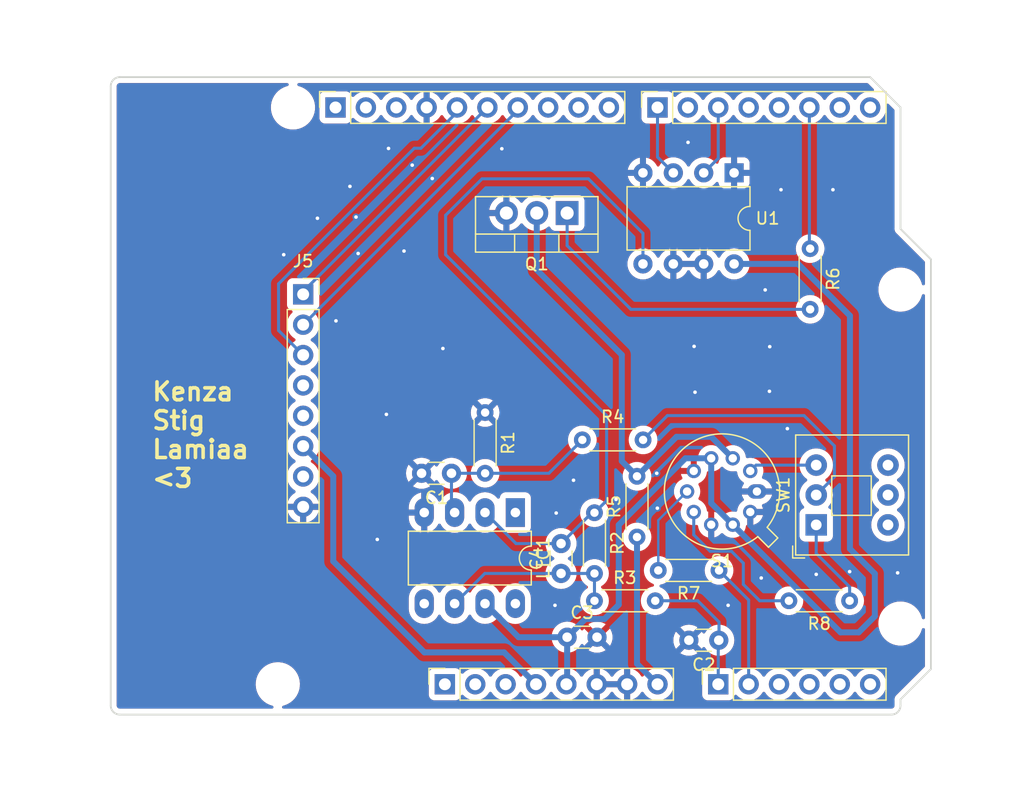
<source format=kicad_pcb>
(kicad_pcb (version 20221018) (generator pcbnew)
  (layers (0 "F.Cu" signal) (31 "B.Cu" signal) (34 "B.Paste" user) (35 "F.Paste" user) (36 "B.SilkS" user "B.Silkscreen") (37 "F.SilkS" user "F.Silkscreen") (38 "B.Mask" user) (39 "F.Mask" user) (44 "Edge.Cuts" user))
  (net 0 "")
  (net 1 "Net-(LTC1-+input)")
  (net 2 "GND")
  (net 3 "ADC")
  (net 4 "+5V")
  (net 5 "Net-(LTC1-vOut)")
  (net 6 "RVar")
  (net 8 "/IOREF")
  (net 9 "/~{RESET}")
  (net 10 "+3.3V")
  (net 11 "+12V")
  (net 15 "rst")
  (net 16 "tx")
  (net 17 "rx")
  (net 18 "/*10")
  (net 19 "/*9")
  (net 20 "/8")
  (net 21 "TempSensor")
  (net 26 "MOSI")
  (net 27 "/*6")
  (net 28 "SCK")
  (net 29 "/4")
  (net 30 "/*3")
  (net 31 "gas_choic_ctrl")
  (net 32 "/TX{slash}1")
  (net 33 "/RX{slash}0")
  (net 37 "Net-(Q1-G)")
  (net 38 "12V")
  (net 39 "Net-(SW1-B)")
  (net 40 "Net-(R7-Pad2)")
  (net 41 "GasSensor1")
  (net 42 "Net-(R8-Pad2)")
  (net 43 "GasSensor2")
  (footprint "Resistor_THT:R_Axial_DIN0204_L3.6mm_D1.6mm_P5.08mm_Horizontal" (layer "F.Cu") (at 149.098 120.396)
    (fp_text reference "R3" (at 2.54 -1.92) (layer "F.SilkS"))
    (fp_text value "1k")
    (fp_line (start 0.62 -0.92) (end 4.46 -0.92) (stroke (width 0.12)) (layer "F.SilkS"))
    (fp_line (start 0.62 0.92) (end 4.46 0.92) (stroke (width 0.12)) (layer "F.SilkS"))
    (pad "1" thru_hole circle (at 0 0) (size 1.4 1.4) (drill 0.7) (layers "*.Cu" "*.Mask") (net 5 "Net-(LTC1-vOut)"))
    (pad "2" thru_hole oval (at 5.08 0) (size 1.4 1.4) (drill 0.7) (layers "*.Cu" "*.Mask") (net 3 "ADC"))
  )
  (footprint "Resistor_THT:R_Axial_DIN0204_L3.6mm_D1.6mm_P5.08mm_Horizontal" (layer "F.Cu") (at 167.132 90.932 -90)
    (fp_text reference "R6" (at 2.54 -1.92 90) (layer "F.SilkS"))
    (fp_text value "1k")
    (fp_line (start 0.62 -0.92) (end 4.46 -0.92) (stroke (width 0.12)) (layer "F.SilkS"))
    (fp_line (start 0.62 0.92) (end 4.46 0.92) (stroke (width 0.12)) (layer "F.SilkS"))
    (pad "1" thru_hole circle (at 0 0 270) (size 1.4 1.4) (drill 0.7) (layers "*.Cu" "*.Mask") (net 31 "gas_choic_ctrl"))
    (pad "2" thru_hole oval (at 5.08 0 270) (size 1.4 1.4) (drill 0.7) (layers "*.Cu" "*.Mask") (net 37 "Net-(Q1-G)"))
  )
  (footprint "Resistor_THT:R_Axial_DIN0204_L3.6mm_D1.6mm_P5.08mm_Horizontal" (layer "F.Cu") (at 149.098 113.03 -90)
    (fp_text reference "R2" (at 2.54 -1.92 90) (layer "F.SilkS"))
    (fp_text value "100k")
    (fp_line (start 0.62 -0.92) (end 4.46 -0.92) (stroke (width 0.12)) (layer "F.SilkS"))
    (fp_line (start 0.62 0.92) (end 4.46 0.92) (stroke (width 0.12)) (layer "F.SilkS"))
    (pad "1" thru_hole circle (at 0 0 270) (size 1.4 1.4) (drill 0.7) (layers "*.Cu" "*.Mask") (net 6 "RVar"))
    (pad "2" thru_hole oval (at 5.08 0 270) (size 1.4 1.4) (drill 0.7) (layers "*.Cu" "*.Mask") (net 5 "Net-(LTC1-vOut)"))
  )
  (footprint "Package_DIP:DIP-8_W7.62mm_LongPads" (layer "F.Cu") (at 142.484 113.015 -90)
    (fp_text reference "LTC1" (at 3.81 -2.33 90) (layer "F.SilkS"))
    (fp_text value "~")
    (fp_line (start 1.56 -1.33) (end 1.56 8.95) (stroke (width 0.12)) (layer "F.SilkS"))
    (fp_line (start 1.56 8.95) (end 6.06 8.95) (stroke (width 0.12)) (layer "F.SilkS"))
    (fp_line (start 2.81 -1.33) (end 1.56 -1.33) (stroke (width 0.12)) (layer "F.SilkS"))
    (fp_line (start 6.06 -1.33) (end 4.81 -1.33) (stroke (width 0.12)) (layer "F.SilkS"))
    (fp_line (start 6.06 8.95) (end 6.06 -1.33) (stroke (width 0.12)) (layer "F.SilkS"))
    (fp_arc (start 4.81 -1.33) (mid 3.81 -0.33) (end 2.81 -1.33) (stroke (width 0.12)) (layer "F.SilkS"))
    (pad "1" thru_hole rect (at 0 0 270) (size 2.4 1.6) (drill 0.8) (layers "*.Cu" "*.Mask"))
    (pad "2" thru_hole oval (at 0 2.54 270) (size 2.4 1.6) (drill 0.8) (layers "*.Cu" "*.Mask") (net 6 "RVar"))
    (pad "3" thru_hole oval (at 0 5.08 270) (size 2.4 1.6) (drill 0.8) (layers "*.Cu" "*.Mask") (net 1 "Net-(LTC1-+input)"))
    (pad "4" thru_hole oval (at 0 7.62 270) (size 2.4 1.6) (drill 0.8) (layers "*.Cu" "*.Mask") (net 2 "GND"))
    (pad "5" thru_hole oval (at 7.62 7.62 270) (size 2.4 1.6) (drill 0.8) (layers "*.Cu" "*.Mask"))
    (pad "6" thru_hole oval (at 7.62 5.08 270) (size 2.4 1.6) (drill 0.8) (layers "*.Cu" "*.Mask") (net 5 "Net-(LTC1-vOut)"))
    (pad "7" thru_hole oval (at 7.62 2.54 270) (size 2.4 1.6) (drill 0.8) (layers "*.Cu" "*.Mask") (net 4 "+5V"))
    (pad "8" thru_hole oval (at 7.62 0 270) (size 2.4 1.6) (drill 0.8) (layers "*.Cu" "*.Mask"))
  )
  (footprint "Capacitor_THT:C_Disc_D3.0mm_W1.6mm_P2.50mm" (layer "F.Cu") (at 146.812 123.444)
    (fp_text reference "C3" (at 1.25 -2.05) (layer "F.SilkS"))
    (fp_text value "100n")
    (fp_line (start 0.621 -0.92) (end 1.879 -0.92) (stroke (width 0.12)) (layer "F.SilkS"))
    (fp_line (start 0.621 0.92) (end 1.879 0.92) (stroke (width 0.12)) (layer "F.SilkS"))
    (pad "1" thru_hole circle (at 0 0) (size 1.6 1.6) (drill 0.8) (layers "*.Cu" "*.Mask") (net 4 "+5V"))
    (pad "2" thru_hole circle (at 2.5 0) (size 1.6 1.6) (drill 0.8) (layers "*.Cu" "*.Mask") (net 2 "GND"))
  )
  (footprint "Capacitor_THT:C_Disc_D3.0mm_W1.6mm_P2.50mm" (layer "F.Cu") (at 159.492 123.698 180)
    (fp_text reference "C2" (at 1.25 -2.05) (layer "F.SilkS"))
    (fp_text value "100n")
    (fp_line (start 0.621 -0.92) (end 1.879 -0.92) (stroke (width 0.12)) (layer "F.SilkS"))
    (fp_line (start 0.621 0.92) (end 1.879 0.92) (stroke (width 0.12)) (layer "F.SilkS"))
    (pad "1" thru_hole circle (at 0 0 180) (size 1.6 1.6) (drill 0.8) (layers "*.Cu" "*.Mask") (net 3 "ADC"))
    (pad "2" thru_hole circle (at 2.5 0 180) (size 1.6 1.6) (drill 0.8) (layers "*.Cu" "*.Mask") (net 2 "GND"))
  )
  (footprint "Capacitor_THT:C_Disc_D3.0mm_W1.6mm_P2.50mm" (layer "F.Cu") (at 146.304 118.11 90)
    (fp_text reference "C4" (at 1.25 -2.05 90) (layer "F.SilkS"))
    (fp_text value "1u")
    (fp_line (start 0.621 -0.92) (end 1.879 -0.92) (stroke (width 0.12)) (layer "F.SilkS"))
    (fp_line (start 0.621 0.92) (end 1.879 0.92) (stroke (width 0.12)) (layer "F.SilkS"))
    (pad "1" thru_hole circle (at 0 0 90) (size 1.6 1.6) (drill 0.8) (layers "*.Cu" "*.Mask") (net 5 "Net-(LTC1-vOut)"))
    (pad "2" thru_hole circle (at 2.5 0 90) (size 1.6 1.6) (drill 0.8) (layers "*.Cu" "*.Mask") (net 6 "RVar"))
  )
  (footprint "Connector_PinSocket_2.54mm:PinSocket_1x08_P2.54mm_Vertical" (layer "F.Cu") (at 136.5885 127.381 90)
    (fp_text reference "J1" hide)
    (fp_text value "Power")
    (fp_line (start -1.33 1.27) (end -1.33 19.11) (stroke (width 0.12)) (layer "F.SilkS"))
    (fp_line (start -1.33 1.27) (end 1.33 1.27) (stroke (width 0.12)) (layer "F.SilkS"))
    (fp_line (start -1.33 19.11) (end 1.33 19.11) (stroke (width 0.12)) (layer "F.SilkS"))
    (fp_line (start 0 -1.33) (end 1.33 -1.33) (stroke (width 0.12)) (layer "F.SilkS"))
    (fp_line (start 1.33 -1.33) (end 1.33 0) (stroke (width 0.12)) (layer "F.SilkS"))
    (fp_line (start 1.33 1.27) (end 1.33 19.11) (stroke (width 0.12)) (layer "F.SilkS"))
    (pad "1" thru_hole rect (at 0 0 90) (size 1.7 1.7) (drill 1) (layers "*.Cu" "*.Mask"))
    (pad "2" thru_hole oval (at 0 2.54 90) (size 1.7 1.7) (drill 1) (layers "*.Cu" "*.Mask") (net 8 "/IOREF"))
    (pad "3" thru_hole oval (at 0 5.08 90) (size 1.7 1.7) (drill 1) (layers "*.Cu" "*.Mask") (net 9 "/~{RESET}"))
    (pad "4" thru_hole oval (at 0 7.62 90) (size 1.7 1.7) (drill 1) (layers "*.Cu" "*.Mask") (net 10 "+3.3V"))
    (pad "5" thru_hole oval (at 0 10.16 90) (size 1.7 1.7) (drill 1) (layers "*.Cu" "*.Mask") (net 4 "+5V"))
    (pad "6" thru_hole oval (at 0 12.7 90) (size 1.7 1.7) (drill 1) (layers "*.Cu" "*.Mask") (net 2 "GND"))
    (pad "7" thru_hole oval (at 0 15.24 90) (size 1.7 1.7) (drill 1) (layers "*.Cu" "*.Mask") (net 2 "GND"))
    (pad "8" thru_hole oval (at 0 17.78 90) (size 1.7 1.7) (drill 1) (layers "*.Cu" "*.Mask") (net 11 "+12V"))
  )
  (footprint "Arduino_MountingHole:MountingHole_3.2mm" (layer "F.Cu") (at 123.8885 79.121)
    (fp_text reference "MH1" hide)
    (fp_text value "MountingHole_3.2mm" hide)
    (pad "" np_thru_hole circle (at 0 0) (size 3.2 3.2) (drill 3.2) (layers "F&B.Cu" "*.Mask"))
  )
  (footprint "Package_TO_SOT_THT:TO-220-3_Vertical" (layer "F.Cu") (at 146.812 87.955 180)
    (fp_text reference "Q1" (at 2.54 -4.27) (layer "F.SilkS"))
    (fp_text value "Q_NMOS_GSD")
    (fp_line (start -2.58 -3.27) (end -2.58 1.371) (stroke (width 0.12)) (layer "F.SilkS"))
    (fp_line (start -2.58 -3.27) (end 7.66 -3.27) (stroke (width 0.12)) (layer "F.SilkS"))
    (fp_line (start -2.58 -1.76) (end 7.66 -1.76) (stroke (width 0.12)) (layer "F.SilkS"))
    (fp_line (start -2.58 1.371) (end 7.66 1.371) (stroke (width 0.12)) (layer "F.SilkS"))
    (fp_line (start 0.69 -3.27) (end 0.69 -1.76) (stroke (width 0.12)) (layer "F.SilkS"))
    (fp_line (start 4.391 -3.27) (end 4.391 -1.76) (stroke (width 0.12)) (layer "F.SilkS"))
    (fp_line (start 7.66 -3.27) (end 7.66 1.371) (stroke (width 0.12)) (layer "F.SilkS"))
    (pad "1" thru_hole rect (at 0 0 180) (size 1.905 2) (drill 1.1) (layers "*.Cu" "*.Mask") (net 37 "Net-(Q1-G)"))
    (pad "2" thru_hole oval (at 2.54 0 180) (size 1.905 2) (drill 1.1) (layers "*.Cu" "*.Mask") (net 38 "12V"))
    (pad "3" thru_hole oval (at 5.08 0 180) (size 1.905 2) (drill 1.1) (layers "*.Cu" "*.Mask") (net 2 "GND"))
  )
  (footprint "Resistor_THT:R_Axial_DIN0204_L3.6mm_D1.6mm_P5.08mm_Horizontal" (layer "F.Cu") (at 139.954 104.648 -90)
    (fp_text reference "R1" (at 2.54 -1.92 90) (layer "F.SilkS"))
    (fp_text value "100k")
    (fp_line (start 0.62 -0.92) (end 4.46 -0.92) (stroke (width 0.12)) (layer "F.SilkS"))
    (fp_line (start 0.62 0.92) (end 4.46 0.92) (stroke (width 0.12)) (layer "F.SilkS"))
    (pad "1" thru_hole circle (at 0 0 270) (size 1.4 1.4) (drill 0.7) (layers "*.Cu" "*.Mask") (net 2 "GND"))
    (pad "2" thru_hole oval (at 5.08 0 270) (size 1.4 1.4) (drill 0.7) (layers "*.Cu" "*.Mask") (net 1 "Net-(LTC1-+input)"))
  )
  (footprint "Resistor_THT:R_Axial_DIN0204_L3.6mm_D1.6mm_P5.08mm_Horizontal" (layer "F.Cu") (at 170.434 120.396 180)
    (fp_text reference "R8" (at 2.54 -1.92) (layer "F.SilkS"))
    (fp_text value "0")
    (fp_line (start 0.62 -0.92) (end 4.46 -0.92) (stroke (width 0.12)) (layer "F.SilkS"))
    (fp_line (start 0.62 0.92) (end 4.46 0.92) (stroke (width 0.12)) (layer "F.SilkS"))
    (pad "1" thru_hole circle (at 0 0 180) (size 1.4 1.4) (drill 0.7) (layers "*.Cu" "*.Mask") (net 41 "GasSensor1"))
    (pad "2" thru_hole oval (at 5.08 0 180) (size 1.4 1.4) (drill 0.7) (layers "*.Cu" "*.Mask") (net 42 "Net-(R8-Pad2)"))
  )
  (footprint "Package_TO_SOT_THT:TO-5-10_Window" (layer "F.Cu") (at 162.681 111.252 180)
    (fp_text reference "S1" (at 2.92 -5.82) (layer "F.SilkS"))
    (fp_text value "~")
    (fp_line (start -1.745856 -3.888039) (end -0.854902 -2.997084) (stroke (width 0.12)) (layer "F.SilkS"))
    (fp_line (start -0.968039 -4.665856) (end -1.745856 -3.888039) (stroke (width 0.12)) (layer "F.SilkS"))
    (fp_line (start -0.077084 -3.774902) (end -0.968039 -4.665856) (stroke (width 0.12)) (layer "F.SilkS"))
    (fp_arc (start -0.077084 -3.774902) (mid 6.328125 3.408384) (end -0.854674 -2.997371) (stroke (width 0.12)) (layer "F.SilkS"))
    (pad "1" thru_hole oval (at 0 0 180) (size 1.6 1.2) (drill 0.7) (layers "*.Cu" "*.Mask") (net 2 "GND"))
    (pad "2" thru_hole oval (at 0.55767 1.716333 180) (size 1.2 1.2) (drill 0.7) (layers "*.Cu" "*.Mask") (net 43 "GasSensor2"))
    (pad "3" thru_hole oval (at 2.01767 2.777085 180) (size 1.2 1.2) (drill 0.7) (layers "*.Cu" "*.Mask") (net 38 "12V"))
    (pad "4" thru_hole oval (at 3.82233 2.777085 180) (size 1.2 1.2) (drill 0.7) (layers "*.Cu" "*.Mask") (net 4 "+5V"))
    (pad "5" thru_hole oval (at 5.28233 1.716333 180) (size 1.2 1.2) (drill 0.7) (layers "*.Cu" "*.Mask") (net 2 "GND"))
    (pad "6" thru_hole oval (at 5.84 0 180) (size 1.2 1.2) (drill 0.7) (layers "*.Cu" "*.Mask") (net 40 "Net-(R7-Pad2)"))
    (pad "7" thru_hole oval (at 5.28233 -1.716333 180) (size 1.2 1.2) (drill 0.7) (layers "*.Cu" "*.Mask") (net 42 "Net-(R8-Pad2)"))
    (pad "8" thru_hole oval (at 3.82233 -2.777085 180) (size 1.2 1.2) (drill 0.7) (layers "*.Cu" "*.Mask") (net 2 "GND"))
    (pad "9" thru_hole oval (at 2.01767 -2.777085 180) (size 1.2 1.2) (drill 0.7) (layers "*.Cu" "*.Mask") (net 4 "+5V"))
    (pad "10" thru_hole oval (at 0.55767 -1.716333 180) (size 1.2 1.2) (drill 0.7) (layers "*.Cu" "*.Mask") (net 2 "GND"))
  )
  (footprint "Button_Switch_THT:SW_Push_2P2T_Toggle_CK_PVA2xxH2xxxxxxV2" (layer "F.Cu") (at 167.64 114.046 90)
    (fp_text reference "SW1" (at 2.5 -2.75 90) (layer "F.SilkS"))
    (fp_text value "SW_SPDT")
    (fp_line (start -2.77 -0.97) (end -2.77 -1.97) (stroke (width 0.12)) (layer "F.SilkS"))
    (fp_line (start -2.52 7.72) (end -2.52 -1.72) (stroke (width 0.12)) (layer "F.SilkS"))
    (fp_line (start -1.77 -1.97) (end -2.77 -1.97) (stroke (width 0.12)) (layer "F.SilkS"))
    (fp_line (start 0.8 1.3) (end 0.8 4.6) (stroke (width 0.12)) (layer "F.SilkS"))
    (fp_line (start 4.1 1.3) (end 0.8 1.3) (stroke (width 0.12)) (layer "F.SilkS"))
    (fp_line (start 4.1 1.3) (end 4.1 4.6) (stroke (width 0.12)) (layer "F.SilkS"))
    (fp_line (start 4.1 4.6) (end 0.8 4.6) (stroke (width 0.12)) (layer "F.SilkS"))
    (fp_line (start 7.52 -1.72) (end -2.52 -1.72) (stroke (width 0.12)) (layer "F.SilkS"))
    (fp_line (start 7.52 7.72) (end -2.52 7.72) (stroke (width 0.12)) (layer "F.SilkS"))
    (fp_line (start 7.52 7.72) (end 7.52 -1.72) (stroke (width 0.12)) (layer "F.SilkS"))
    (pad "1" thru_hole rect (at 0 0 90) (size 1.8 1.8) (drill 0.9) (layers "*.Cu" "*.Mask") (net 41 "GasSensor1"))
    (pad "2" thru_hole circle (at 2.5 0 90) (size 1.8 1.8) (drill 0.9) (layers "*.Cu" "*.Mask") (net 39 "Net-(SW1-B)"))
    (pad "3" thru_hole circle (at 5 0 90) (size 1.8 1.8) (drill 0.9) (layers "*.Cu" "*.Mask") (net 43 "GasSensor2"))
    (pad "4" thru_hole circle (at 0 6 90) (size 1.8 1.8) (drill 0.9) (layers "*.Cu" "*.Mask"))
    (pad "5" thru_hole circle (at 2.5 6 90) (size 1.8 1.8) (drill 0.9) (layers "*.Cu" "*.Mask"))
    (pad "6" thru_hole circle (at 5 6 90) (size 1.8 1.8) (drill 0.9) (layers "*.Cu" "*.Mask"))
  )
  (footprint "Arduino_MountingHole:MountingHole_3.2mm" (layer "F.Cu") (at 122.6185 127.381)
    (fp_text reference "MH2" hide)
    (fp_text value "MountingHole_3.2mm" hide)
    (pad "" np_thru_hole circle (at 0 0) (size 3.2 3.2) (drill 3.2) (layers "F&B.Cu" "*.Mask"))
  )
  (footprint "Connector_PinSocket_2.54mm:PinSocket_1x08_P2.54mm_Vertical" (layer "F.Cu") (at 154.3685 79.121 90)
    (fp_text reference "J4" hide)
    (fp_text value "Digital/PWM")
    (fp_line (start -1.33 1.27) (end -1.33 19.11) (stroke (width 0.12)) (layer "F.SilkS"))
    (fp_line (start -1.33 1.27) (end 1.33 1.27) (stroke (width 0.12)) (layer "F.SilkS"))
    (fp_line (start -1.33 19.11) (end 1.33 19.11) (stroke (width 0.12)) (layer "F.SilkS"))
    (fp_line (start 0 -1.33) (end 1.33 -1.33) (stroke (width 0.12)) (layer "F.SilkS"))
    (fp_line (start 1.33 -1.33) (end 1.33 0) (stroke (width 0.12)) (layer "F.SilkS"))
    (fp_line (start 1.33 1.27) (end 1.33 19.11) (stroke (width 0.12)) (layer "F.SilkS"))
    (pad "1" thru_hole rect (at 0 0 90) (size 1.7 1.7) (drill 1) (layers "*.Cu" "*.Mask") (net 26 "MOSI"))
    (pad "2" thru_hole oval (at 0 2.54 90) (size 1.7 1.7) (drill 1) (layers "*.Cu" "*.Mask") (net 27 "/*6"))
    (pad "3" thru_hole oval (at 0 5.08 90) (size 1.7 1.7) (drill 1) (layers "*.Cu" "*.Mask") (net 28 "SCK"))
    (pad "4" thru_hole oval (at 0 7.62 90) (size 1.7 1.7) (drill 1) (layers "*.Cu" "*.Mask") (net 29 "/4"))
    (pad "5" thru_hole oval (at 0 10.16 90) (size 1.7 1.7) (drill 1) (layers "*.Cu" "*.Mask") (net 30 "/*3"))
    (pad "6" thru_hole oval (at 0 12.7 90) (size 1.7 1.7) (drill 1) (layers "*.Cu" "*.Mask") (net 31 "gas_choic_ctrl"))
    (pad "7" thru_hole oval (at 0 15.24 90) (size 1.7 1.7) (drill 1) (layers "*.Cu" "*.Mask") (net 32 "/TX{slash}1"))
    (pad "8" thru_hole oval (at 0 17.78 90) (size 1.7 1.7) (drill 1) (layers "*.Cu" "*.Mask") (net 33 "/RX{slash}0"))
  )
  (footprint "Package_DIP:DIP-8_W7.62mm" (layer "F.Cu") (at 160.772 84.592 -90)
    (fp_text reference "U1" (at 3.81 -2.804 -180) (layer "F.SilkS"))
    (fp_text value "MCP41100")
    (fp_line (start 1.16 -1.33) (end 1.16 8.95) (stroke (width 0.12)) (layer "F.SilkS"))
    (fp_line (start 1.16 8.95) (end 6.46 8.95) (stroke (width 0.12)) (layer "F.SilkS"))
    (fp_line (start 2.81 -1.33) (end 1.16 -1.33) (stroke (width 0.12)) (layer "F.SilkS"))
    (fp_line (start 6.46 -1.33) (end 4.81 -1.33) (stroke (width 0.12)) (layer "F.SilkS"))
    (fp_line (start 6.46 8.95) (end 6.46 -1.33) (stroke (width 0.12)) (layer "F.SilkS"))
    (fp_arc (start 4.81 -1.33) (mid 3.81 -0.33) (end 2.81 -1.33) (stroke (width 0.12)) (layer "F.SilkS"))
    (pad "1" thru_hole rect (at 0 0 270) (size 1.6 1.6) (drill 0.8) (layers "*.Cu" "*.Mask") (net 2 "GND"))
    (pad "2" thru_hole oval (at 0 2.54 270) (size 1.6 1.6) (drill 0.8) (layers "*.Cu" "*.Mask") (net 28 "SCK"))
    (pad "3" thru_hole oval (at 0 5.08 270) (size 1.6 1.6) (drill 0.8) (layers "*.Cu" "*.Mask") (net 26 "MOSI"))
    (pad "4" thru_hole oval (at 0 7.62 270) (size 1.6 1.6) (drill 0.8) (layers "*.Cu" "*.Mask") (net 2 "GND"))
    (pad "5" thru_hole oval (at 7.62 7.62 270) (size 1.6 1.6) (drill 0.8) (layers "*.Cu" "*.Mask") (net 6 "RVar"))
    (pad "6" thru_hole oval (at 7.62 5.08 270) (size 1.6 1.6) (drill 0.8) (layers "*.Cu" "*.Mask") (net 2 "GND"))
    (pad "7" thru_hole oval (at 7.62 2.54 270) (size 1.6 1.6) (drill 0.8) (layers "*.Cu" "*.Mask") (net 2 "GND"))
    (pad "8" thru_hole oval (at 7.62 0 270) (size 1.6 1.6) (drill 0.8) (layers "*.Cu" "*.Mask") (net 4 "+5V"))
  )
  (footprint "Connector_PinSocket_2.54mm:PinSocket_1x08_P2.54mm_Vertical" (layer "F.Cu") (at 124.739 94.757)
    (fp_text reference "J5" (at 0 -2.77) (layer "F.SilkS"))
    (fp_text value "Conn_01x08")
    (fp_line (start -1.33 1.27) (end -1.33 19.11) (stroke (width 0.12)) (layer "F.SilkS"))
    (fp_line (start -1.33 1.27) (end 1.33 1.27) (stroke (width 0.12)) (layer "F.SilkS"))
    (fp_line (start -1.33 19.11) (end 1.33 19.11) (stroke (width 0.12)) (layer "F.SilkS"))
    (fp_line (start 0 -1.33) (end 1.33 -1.33) (stroke (width 0.12)) (layer "F.SilkS"))
    (fp_line (start 1.33 -1.33) (end 1.33 0) (stroke (width 0.12)) (layer "F.SilkS"))
    (fp_line (start 1.33 1.27) (end 1.33 19.11) (stroke (width 0.12)) (layer "F.SilkS"))
    (pad "1" thru_hole rect (at 0 0) (size 1.7 1.7) (drill 1) (layers "*.Cu" "*.Mask") (net 16 "tx"))
    (pad "2" thru_hole oval (at 0 2.54) (size 1.7 1.7) (drill 1) (layers "*.Cu" "*.Mask") (net 17 "rx"))
    (pad "3" thru_hole oval (at 0 5.08) (size 1.7 1.7) (drill 1) (layers "*.Cu" "*.Mask") (net 15 "rst"))
    (pad "4" thru_hole oval (at 0 7.62) (size 1.7 1.7) (drill 1) (layers "*.Cu" "*.Mask"))
    (pad "5" thru_hole oval (at 0 10.16) (size 1.7 1.7) (drill 1) (layers "*.Cu" "*.Mask"))
    (pad "6" thru_hole oval (at 0 12.7) (size 1.7 1.7) (drill 1) (layers "*.Cu" "*.Mask") (net 10 "+3.3V"))
    (pad "7" thru_hole oval (at 0 15.24) (size 1.7 1.7) (drill 1) (layers "*.Cu" "*.Mask"))
    (pad "8" thru_hole oval (at 0 17.78) (size 1.7 1.7) (drill 1) (layers "*.Cu" "*.Mask") (net 2 "GND"))
  )
  (footprint "Connector_PinSocket_2.54mm:PinSocket_1x06_P2.54mm_Vertical" (layer "F.Cu") (at 159.4485 127.381 90)
    (fp_text reference "J3" hide)
    (fp_text value "Analog")
    (fp_line (start -1.33 1.27) (end -1.33 14.03) (stroke (width 0.12)) (layer "F.SilkS"))
    (fp_line (start -1.33 1.27) (end 1.33 1.27) (stroke (width 0.12)) (layer "F.SilkS"))
    (fp_line (start -1.33 14.03) (end 1.33 14.03) (stroke (width 0.12)) (layer "F.SilkS"))
    (fp_line (start 0 -1.33) (end 1.33 -1.33) (stroke (width 0.12)) (layer "F.SilkS"))
    (fp_line (start 1.33 -1.33) (end 1.33 0) (stroke (width 0.12)) (layer "F.SilkS"))
    (fp_line (start 1.33 1.27) (end 1.33 14.03) (stroke (width 0.12)) (layer "F.SilkS"))
    (pad "1" thru_hole rect (at 0 0 90) (size 1.7 1.7) (drill 1) (layers "*.Cu" "*.Mask") (net 3 "ADC"))
    (pad "2" thru_hole oval (at 0 2.54 90) (size 1.7 1.7) (drill 1) (layers "*.Cu" "*.Mask") (net 21 "TempSensor"))
    (pad "3" thru_hole oval (at 0 5.08 90) (size 1.7 1.7) (drill 1) (layers "*.Cu" "*.Mask"))
    (pad "4" thru_hole oval (at 0 7.62 90) (size 1.7 1.7) (drill 1) (layers "*.Cu" "*.Mask"))
    (pad "5" thru_hole oval (at 0 10.16 90) (size 1.7 1.7) (drill 1) (layers "*.Cu" "*.Mask"))
    (pad "6" thru_hole oval (at 0 12.7 90) (size 1.7 1.7) (drill 1) (layers "*.Cu" "*.Mask"))
  )
  (footprint "Arduino_MountingHole:MountingHole_3.2mm" (layer "F.Cu") (at 174.6885 122.301)
    (fp_text reference "MH4" hide)
    (fp_text value "MountingHole_3.2mm" hide)
    (pad "" np_thru_hole circle (at 0 0) (size 3.2 3.2) (drill 3.2) (layers "F&B.Cu" "*.Mask"))
  )
  (footprint "Resistor_THT:R_Axial_DIN0204_L3.6mm_D1.6mm_P5.08mm_Horizontal" (layer "F.Cu") (at 159.512 117.856 180)
    (fp_text reference "R7" (at 2.54 -1.92) (layer "F.SilkS"))
    (fp_text value "0")
    (fp_line (start 0.62 -0.92) (end 4.46 -0.92) (stroke (width 0.12)) (layer "F.SilkS"))
    (fp_line (start 0.62 0.92) (end 4.46 0.92) (stroke (width 0.12)) (layer "F.SilkS"))
    (pad "1" thru_hole circle (at 0 0 180) (size 1.4 1.4) (drill 0.7) (layers "*.Cu" "*.Mask") (net 21 "TempSensor"))
    (pad "2" thru_hole oval (at 5.08 0 180) (size 1.4 1.4) (drill 0.7) (layers "*.Cu" "*.Mask") (net 40 "Net-(R7-Pad2)"))
  )
  (footprint "Resistor_THT:R_Axial_DIN0204_L3.6mm_D1.6mm_P5.08mm_Horizontal" (layer "F.Cu") (at 152.654 115.062 90)
    (fp_text reference "R5" (at 2.54 -1.92 90) (layer "F.SilkS"))
    (fp_text value "10k")
    (fp_line (start 0.62 -0.92) (end 4.46 -0.92) (stroke (width 0.12)) (layer "F.SilkS"))
    (fp_line (start 0.62 0.92) (end 4.46 0.92) (stroke (width 0.12)) (layer "F.SilkS"))
    (pad "1" thru_hole circle (at 0 0 90) (size 1.4 1.4) (drill 0.7) (layers "*.Cu" "*.Mask") (net 11 "+12V"))
    (pad "2" thru_hole oval (at 5.08 0 90) (size 1.4 1.4) (drill 0.7) (layers "*.Cu" "*.Mask") (net 38 "12V"))
  )
  (footprint "Capacitor_THT:C_Disc_D3.0mm_W1.6mm_P2.50mm" (layer "F.Cu") (at 137.14 109.728 180)
    (fp_text reference "C1" (at 1.25 -2.05) (layer "F.SilkS"))
    (fp_text value "100n")
    (fp_line (start 0.621 -0.92) (end 1.879 -0.92) (stroke (width 0.12)) (layer "F.SilkS"))
    (fp_line (start 0.621 0.92) (end 1.879 0.92) (stroke (width 0.12)) (layer "F.SilkS"))
    (pad "1" thru_hole circle (at 0 0 180) (size 1.6 1.6) (drill 0.8) (layers "*.Cu" "*.Mask") (net 1 "Net-(LTC1-+input)"))
    (pad "2" thru_hole circle (at 2.5 0 180) (size 1.6 1.6) (drill 0.8) (layers "*.Cu" "*.Mask") (net 2 "GND"))
  )
  (footprint "Connector_PinSocket_2.54mm:PinSocket_1x10_P2.54mm_Vertical" (layer "F.Cu") (at 127.4445 79.121 90)
    (fp_text reference "J2" hide)
    (fp_text value "Digital/PWM")
    (fp_line (start -1.33 1.27) (end -1.33 24.19) (stroke (width 0.12)) (layer "F.SilkS"))
    (fp_line (start -1.33 1.27) (end 1.33 1.27) (stroke (width 0.12)) (layer "F.SilkS"))
    (fp_line (start -1.33 24.19) (end 1.33 24.19) (stroke (width 0.12)) (layer "F.SilkS"))
    (fp_line (start 0 -1.33) (end 1.33 -1.33) (stroke (width 0.12)) (layer "F.SilkS"))
    (fp_line (start 1.33 -1.33) (end 1.33 0) (stroke (width 0.12)) (layer "F.SilkS"))
    (fp_line (start 1.33 1.27) (end 1.33 24.19) (stroke (width 0.12)) (layer "F.SilkS"))
    (pad "1" thru_hole rect (at 0 0 90) (size 1.7 1.7) (drill 1) (layers "*.Cu" "*.Mask"))
    (pad "2" thru_hole oval (at 0 2.54 90) (size 1.7 1.7) (drill 1) (layers "*.Cu" "*.Mask"))
    (pad "3" thru_hole oval (at 0 5.08 90) (size 1.7 1.7) (drill 1) (layers "*.Cu" "*.Mask"))
    (pad "4" thru_hole oval (at 0 7.62 90) (size 1.7 1.7) (drill 1) (layers "*.Cu" "*.Mask") (net 2 "GND"))
    (pad "5" thru_hole oval (at 0 10.16 90) (size 1.7 1.7) (drill 1) (layers "*.Cu" "*.Mask") (net 15 "rst"))
    (pad "6" thru_hole oval (at 0 12.7 90) (size 1.7 1.7) (drill 1) (layers "*.Cu" "*.Mask") (net 16 "tx"))
    (pad "7" thru_hole oval (at 0 15.24 90) (size 1.7 1.7) (drill 1) (layers "*.Cu" "*.Mask") (net 17 "rx"))
    (pad "8" thru_hole oval (at 0 17.78 90) (size 1.7 1.7) (drill 1) (layers "*.Cu" "*.Mask") (net 18 "/*10"))
    (pad "9" thru_hole oval (at 0 20.32 90) (size 1.7 1.7) (drill 1) (layers "*.Cu" "*.Mask") (net 19 "/*9"))
    (pad "10" thru_hole oval (at 0 22.86 90) (size 1.7 1.7) (drill 1) (layers "*.Cu" "*.Mask") (net 20 "/8"))
  )
  (footprint "Resistor_THT:R_Axial_DIN0204_L3.6mm_D1.6mm_P5.08mm_Horizontal" (layer "F.Cu") (at 148.082 106.934)
    (fp_text reference "R4" (at 2.54 -1.92) (layer "F.SilkS"))
    (fp_text value "10k")
    (fp_line (start 0.62 -0.92) (end 4.46 -0.92) (stroke (width 0.12)) (layer "F.SilkS"))
    (fp_line (start 0.62 0.92) (end 4.46 0.92) (stroke (width 0.12)) (layer "F.SilkS"))
    (pad "1" thru_hole circle (at 0 0) (size 1.4 1.4) (drill 0.7) (layers "*.Cu" "*.Mask") (net 1 "Net-(LTC1-+input)"))
    (pad "2" thru_hole oval (at 5.08 0) (size 1.4 1.4) (drill 0.7) (layers "*.Cu" "*.Mask") (net 39 "Net-(SW1-B)"))
  )
  (footprint "Arduino_MountingHole:MountingHole_3.2mm" (layer "F.Cu") (at 174.6885 94.361)
    (fp_text reference "MH3" hide)
    (fp_text value "MountingHole_3.2mm" hide)
    (pad "" np_thru_hole circle (at 0 0) (size 3.2 3.2) (drill 3.2) (layers "F&B.Cu" "*.Mask"))
  )
  (gr_line (start 108.6485 129.159) (end 108.6485 77.343) (stroke (width 0.15)) (layer "Edge.Cuts"))
  (gr_line (start 173.9265 129.921) (end 109.4105 129.921) (stroke (width 0.15)) (layer "Edge.Cuts"))
  (gr_line (start 174.6885 128.651) (end 174.6885 129.159) (stroke (width 0.15)) (layer "Edge.Cuts"))
  (gr_arc (start 174.6885 129.159) (mid 174.465311 129.697811) (end 173.9265 129.921) (stroke (width 0.15)) (layer "Edge.Cuts"))
  (gr_line (start 174.6885 79.121) (end 174.6885 89.281) (stroke (width 0.15)) (layer "Edge.Cuts"))
  (gr_line (start 109.4105 76.581) (end 172.1485 76.581) (stroke (width 0.15)) (layer "Edge.Cuts"))
  (gr_line (start 177.2285 91.821) (end 177.2285 126.111) (stroke (width 0.15)) (layer "Edge.Cuts"))
  (gr_line (start 172.1485 76.581) (end 174.6885 79.121) (stroke (width 0.15)) (layer "Edge.Cuts"))
  (gr_line (start 174.6885 89.281) (end 177.2285 91.821) (stroke (width 0.15)) (layer "Edge.Cuts"))
  (gr_arc (start 108.6485 77.343) (mid 108.871685 76.804185) (end 109.4105 76.581) (stroke (width 0.15)) (layer "Edge.Cuts"))
  (gr_line (start 177.2285 126.111) (end 174.6885 128.651) (stroke (width 0.15)) (layer "Edge.Cuts"))
  (gr_arc (start 109.4105 129.921) (mid 108.871685 129.697815) (end 108.6485 129.159) (stroke (width 0.15)) (layer "Edge.Cuts"))
  (gr_text "Kenza\nStig\nLamiaa\n<3\n\n" (at 111.9632 113.4364) (layer "F.SilkS") (effects (font (size 1.5 1.5) (thickness 0.3) bold) (justify left bottom)))
  (segment (start 137.14 112.751) (end 137.404 113.015) (width 0.254) (layer "B.Cu") (net 1))
  (segment (start 139.954 109.728) (end 145.288 109.728) (width 0.254) (layer "B.Cu") (net 1))
  (segment (start 137.14 109.728) (end 139.954 109.728) (width 0.254) (layer "B.Cu") (net 1))
  (segment (start 137.14 109.728) (end 137.14 112.751) (width 0.254) (layer "B.Cu") (net 1))
  (segment (start 145.288 109.728) (end 148.082 106.934) (width 0.254) (layer "B.Cu") (net 1))
  (via (at 145.8976 113.0554) (size 0.6) (drill 0.3) (layers "F.Cu" "B.Cu") (net 2))
  (via (at 157.5054 102.9462) (size 0.6) (drill 0.3) (layers "F.Cu" "B.Cu") (net 2))
  (via (at 128.651 85.725) (size 0.6) (drill 0.3) (layers "F.Cu" "B.Cu") (net 2))
  (via (at 163.3728 94.3864) (size 0.6) (drill 0.3) (layers "F.Cu" "B.Cu") (net 2))
  (via (at 129.159 88.2904) (size 0.6) (drill 0.3) (layers "F.Cu" "B.Cu") (net 2))
  (via (at 131.8768 82.55) (size 0.6) (drill 0.3) (layers "F.Cu" "B.Cu") (net 2))
  (via (at 167.64 118.1862) (size 0.6) (drill 0.3) (layers "F.Cu" "B.Cu") (net 2))
  (via (at 174.4472 118.0592) (size 0.6) (drill 0.3) (layers "F.Cu" "B.Cu") (net 2))
  (via (at 150.9014 111.9124) (size 0.6) (drill 0.3) (layers "F.Cu" "B.Cu") (net 2))
  (via (at 123.1138 91.44) (size 0.6) (drill 0.3) (layers "F.Cu" "B.Cu") (net 2))
  (via (at 141.351 82.5754) (size 0.6) (drill 0.3) (layers "F.Cu" "B.Cu") (net 2))
  (via (at 157.4292 99.1108) (size 0.6) (drill 0.3) (layers "F.Cu" "B.Cu") (net 2))
  (via (at 130.937 115.2652) (size 0.6) (drill 0.3) (layers "F.Cu" "B.Cu") (net 2))
  (via (at 170.434 117.9576) (size 0.6) (drill 0.3) (layers "F.Cu" "B.Cu") (net 2))
  (via (at 154.305 109.728) (size 0.6) (drill 0.3) (layers "F.Cu" "B.Cu") (net 2))
  (via (at 127.4826 96.9772) (size 0.6) (drill 0.3) (layers "F.Cu" "B.Cu") (net 2))
  (via (at 135.5344 85.0646) (size 0.6) (drill 0.3) (layers "F.Cu" "B.Cu") (net 2))
  (via (at 163.7284 102.87) (size 0.6) (drill 0.3) (layers "F.Cu" "B.Cu") (net 2))
  (via (at 154.3558 112.649) (size 0.6) (drill 0.3) (layers "F.Cu" "B.Cu") (net 2))
  (via (at 169.037 86.0044) (size 0.6) (drill 0.3) (layers "F.Cu" "B.Cu") (net 2))
  (via (at 156.9212 82.042) (size 0.6) (drill 0.3) (layers "F.Cu" "B.Cu") (net 2))
  (via (at 136.4234 99.2886) (size 0.6) (drill 0.3) (layers "F.Cu" "B.Cu") (net 2))
  (via (at 133.858 83.947) (size 0.6) (drill 0.3) (layers "F.Cu" "B.Cu") (net 2))
  (via (at 129.3368 91.3384) (size 0.6) (drill 0.3) (layers "F.Cu" "B.Cu") (net 2))
  (via (at 165.227 105.9942) (size 0.6) (drill 0.3) (layers "F.Cu" "B.Cu") (net 2))
  (via (at 160.274 120.777) (size 0.6) (drill 0.3) (layers "F.Cu" "B.Cu") (net 2))
  (via (at 147.3454 110.3122) (size 0.6) (drill 0.3) (layers "F.Cu" "B.Cu") (net 2))
  (via (at 163.0426 118.491) (size 0.6) (drill 0.3) (layers "F.Cu" "B.Cu") (net 2))
  (via (at 131.699 104.8004) (size 0.6) (drill 0.3) (layers "F.Cu" "B.Cu") (net 2))
  (via (at 164.6936 86.0044) (size 0.6) (drill 0.3) (layers "F.Cu" "B.Cu") (net 2))
  (via (at 163.7538 99.1362) (size 0.6) (drill 0.3) (layers "F.Cu" "B.Cu") (net 2))
  (via (at 133.1722 91.1352) (size 0.6) (drill 0.3) (layers "F.Cu" "B.Cu") (net 2))
  (via (at 125.9332 88.392) (size 0.6) (drill 0.3) (layers "F.Cu" "B.Cu") (net 2))
  (via (at 145.796 120.777) (size 0.6) (drill 0.3) (layers "F.Cu" "B.Cu") (net 2))
  (segment (start 159.4485 123.7415) (end 159.492 123.698) (width 0.254) (layer "B.Cu") (net 3))
  (segment (start 159.512 122.174) (end 159.512 123.678) (width 0.254) (layer "B.Cu") (net 3))
  (segment (start 159.512 123.678) (end 159.492 123.698) (width 0.254) (layer "B.Cu") (net 3))
  (segment (start 157.734 120.396) (end 159.512 122.174) (width 0.254) (layer "B.Cu") (net 3))
  (segment (start 159.4485 127.381) (end 159.4485 123.7415) (width 0.254) (layer "B.Cu") (net 3))
  (segment (start 154.178 120.396) (end 157.734 120.396) (width 0.254) (layer "B.Cu") (net 3))
  (segment (start 149.932107 121.92) (end 148.336 121.92) (width 0.5) (layer "B.Cu") (net 4))
  (segment (start 146.812 127.3175) (end 146.7485 127.381) (width 0.5) (layer "B.Cu") (net 4))
  (segment (start 146.812 123.444) (end 146.812 124.714) (width 0.5) (layer "B.Cu") (net 4))
  (segment (start 142.753 123.444) (end 146.812 123.444) (width 0.5) (layer "B.Cu") (net 4))
  (segment (start 158.85867 108.474915) (end 158.85867 112.224425) (width 0.5) (layer "B.Cu") (net 4))
  (segment (start 172.5422 118.132198) (end 172.5422 121.6914) (width 0.5) (layer "B.Cu") (net 4))
  (segment (start 148.336 121.92) (end 146.812 123.444) (width 0.5) (layer "B.Cu") (net 4))
  (segment (start 158.85867 108.474915) (end 156.701085 108.474915) (width 0.5) (layer "B.Cu") (net 4))
  (segment (start 169.672 123.037755) (end 160.66333 114.029085) (width 0.5) (layer "B.Cu") (net 4))
  (segment (start 146.812 123.444) (end 146.812 123.19) (width 0.2) (layer "B.Cu") (net 4))
  (segment (start 170.4594 116.049398) (end 172.5422 118.132198) (width 0.5) (layer "B.Cu") (net 4))
  (segment (start 160.772 92.212) (end 166.126 92.212) (width 0.5) (layer "B.Cu") (net 4))
  (segment (start 146.812 124.714) (end 146.812 127.3175) (width 0.5) (layer "B.Cu") (net 4))
  (segment (start 151.13 114.046) (end 151.13 120.722107) (width 0.5) (layer "B.Cu") (net 4))
  (segment (start 158.85867 112.224425) (end 160.66333 114.029085) (width 0.5) (layer "B.Cu") (net 4))
  (segment (start 172.5422 121.6914) (end 171.195845 123.037755) (width 0.5) (layer "B.Cu") (net 4))
  (segment (start 156.701085 108.474915) (end 151.13 114.046) (width 0.5) (layer "B.Cu") (net 4))
  (segment (start 171.195845 123.037755) (end 169.672 123.037755) (width 0.5) (layer "B.Cu") (net 4))
  (segment (start 139.944 120.635) (end 142.753 123.444) (width 0.5) (layer "B.Cu") (net 4))
  (segment (start 166.126 92.212) (end 170.4594 96.5454) (width 0.5) (layer "B.Cu") (net 4))
  (segment (start 170.4594 96.5454) (end 170.4594 116.049398) (width 0.5) (layer "B.Cu") (net 4))
  (segment (start 151.13 120.722107) (end 149.932107 121.92) (width 0.5) (layer "B.Cu") (net 4))
  (segment (start 146.304 118.11) (end 139.929 118.11) (width 0.254) (layer "B.Cu") (net 5))
  (segment (start 139.929 118.11) (end 137.404 120.635) (width 0.254) (layer "B.Cu") (net 5))
  (segment (start 149.098 118.11) (end 149.098 120.396) (width 0.254) (layer "B.Cu") (net 5))
  (segment (start 146.304 118.11) (end 149.098 118.11) (width 0.254) (layer "B.Cu") (net 5))
  (segment (start 148.884 113.03) (end 149.098 113.03) (width 0.254) (layer "B.Cu") (net 6))
  (segment (start 148.59 85.09) (end 153.152 89.652) (width 0.254) (layer "B.Cu") (net 6))
  (segment (start 150.114 112.014) (end 150.114 104.902) (width 0.254) (layer "B.Cu") (net 6))
  (segment (start 153.152 89.652) (end 153.152 92.212) (width 0.254) (layer "B.Cu") (net 6))
  (segment (start 146.304 115.61) (end 142.539 115.61) (width 0.254) (layer "B.Cu") (net 6))
  (segment (start 142.539 115.61) (end 139.944 113.015) (width 0.254) (layer "B.Cu") (net 6))
  (segment (start 136.652 88.138) (end 139.7 85.09) (width 0.254) (layer "B.Cu") (net 6))
  (segment (start 136.652 91.44) (end 136.652 88.138) (width 0.254) (layer "B.Cu") (net 6))
  (segment (start 150.114 104.902) (end 136.652 91.44) (width 0.254) (layer "B.Cu") (net 6))
  (segment (start 146.304 115.61) (end 148.884 113.03) (width 0.254) (layer "B.Cu") (net 6))
  (segment (start 139.7 85.09) (end 148.59 85.09) (width 0.254) (layer "B.Cu") (net 6))
  (segment (start 149.098 113.03) (end 150.114 112.014) (width 0.254) (layer "B.Cu") (net 6))
  (segment (start 127.254 109.972) (end 124.739 107.457) (width 0.5) (layer "B.Cu") (net 10))
  (segment (start 127.254 117.094) (end 127.254 109.972) (width 0.5) (layer "B.Cu") (net 10))
  (segment (start 134.874 124.714) (end 127.254 117.094) (width 0.5) (layer "B.Cu") (net 10))
  (segment (start 141.5415 124.714) (end 134.874 124.714) (width 0.5) (layer "B.Cu") (net 10))
  (segment (start 144.2085 127.381) (end 141.5415 124.714) (width 0.5) (layer "B.Cu") (net 10))
  (segment (start 152.654 115.062) (end 152.654 125.6665) (width 0.5) (layer "B.Cu") (net 11))
  (segment (start 152.654 125.6665) (end 154.3685 127.381) (width 0.5) (layer "B.Cu") (net 11))
  (segment (start 134.030088 82.5326) (end 134.5866 82.5326) (width 0.254) (layer "B.Cu") (net 15))
  (segment (start 122.682 97.78) (end 122.682 93.880688) (width 0.254) (layer "B.Cu") (net 15))
  (segment (start 137.6045 79.5147) (end 137.6045 79.121) (width 0.254) (layer "B.Cu") (net 15))
  (segment (start 122.682 93.880688) (end 134.030088 82.5326) (width 0.254) (layer "B.Cu") (net 15))
  (segment (start 134.5866 82.5326) (end 137.6045 79.5147) (width 0.254) (layer "B.Cu") (net 15))
  (segment (start 124.739 99.837) (end 122.682 97.78) (width 0.254) (layer "B.Cu") (net 15))
  (segment (start 124.739 94.757) (end 124.739 94.5265) (width 0.254) (layer "B.Cu") (net 16))
  (segment (start 124.739 94.5265) (end 140.1445 79.121) (width 0.254) (layer "B.Cu") (net 16))
  (segment (start 142.6845 79.3515) (end 142.6845 79.121) (width 0.254) (layer "B.Cu") (net 17))
  (segment (start 124.739 97.297) (end 142.6845 79.3515) (width 0.254) (layer "B.Cu") (net 17))
  (segment (start 159.512 117.856) (end 161.9885 120.3325) (width 0.254) (layer "B.Cu") (net 21))
  (segment (start 161.9885 120.3325) (end 161.9885 127.381) (width 0.254) (layer "B.Cu") (net 21))
  (segment (start 154.3685 83.2685) (end 155.692 84.592) (width 0.254) (layer "B.Cu") (net 26))
  (segment (start 154.3685 79.121) (end 154.3685 83.2685) (width 0.254) (layer "B.Cu") (net 26))
  (segment (start 159.4485 79.121) (end 159.4485 83.3755) (width 0.254) (layer "B.Cu") (net 28))
  (segment (start 159.4485 83.3755) (end 158.232 84.592) (width 0.254) (layer "B.Cu") (net 28))
  (segment (start 167.0685 90.8685) (end 167.132 90.932) (width 0.254) (layer "B.Cu") (net 31))
  (segment (start 167.0685 79.121) (end 167.0685 90.8685) (width 0.254) (layer "B.Cu") (net 31))
  (segment (start 146.812 90.678) (end 146.812 87.955) (width 0.254) (layer "B.Cu") (net 37))
  (segment (start 167.132 96.012) (end 152.146 96.012) (width 0.254) (layer "B.Cu") (net 37))
  (segment (start 152.146 96.012) (end 146.812 90.678) (width 0.254) (layer "B.Cu") (net 37))
  (segment (start 151.384 108.712) (end 152.654 109.982) (width 0.5) (layer "B.Cu") (net 38))
  (segment (start 155.956 106.68) (end 158.868415 106.68) (width 0.5) (layer "B.Cu") (net 38))
  (segment (start 158.868415 106.68) (end 160.66333 108.474915) (width 0.5) (layer "B.Cu") (net 38))
  (segment (start 151.384 99.822) (end 151.384 108.712) (width 0.5) (layer "B.Cu") (net 38))
  (segment (start 152.654 109.982) (end 155.956 106.68) (width 0.5) (layer "B.Cu") (net 38))
  (segment (start 144.272 92.71) (end 151.384 99.822) (width 0.5) (layer "B.Cu") (net 38))
  (segment (start 144.272 87.955) (end 144.272 92.71) (width 0.5) (layer "B.Cu") (net 38))
  (segment (start 169.164 110.022) (end 169.164 107.442) (width 0.254) (layer "B.Cu") (net 39))
  (segment (start 166.624 104.902) (end 155.194 104.902) (width 0.254) (layer "B.Cu") (net 39))
  (segment (start 167.64 111.546) (end 169.164 110.022) (width 0.254) (layer "B.Cu") (net 39))
  (segment (start 169.164 107.442) (end 166.624 104.902) (width 0.254) (layer "B.Cu") (net 39))
  (segment (start 155.194 104.902) (end 153.162 106.934) (width 0.254) (layer "B.Cu") (net 39))
  (segment (start 154.432 113.661) (end 156.841 111.252) (width 0.2) (layer "B.Cu") (net 40))
  (segment (start 154.432 117.856) (end 154.432 113.661) (width 0.2) (layer "B.Cu") (net 40))
  (segment (start 170.434 119.229888) (end 167.64 116.435888) (width 0.254) (layer "B.Cu") (net 41))
  (segment (start 170.434 120.396) (end 170.434 119.229888) (width 0.254) (layer "B.Cu") (net 41))
  (segment (start 167.64 116.435888) (end 167.64 114.046) (width 0.254) (layer "B.Cu") (net 41))
  (segment (start 162.9156 120.396) (end 165.354 120.396) (width 0.254) (layer "B.Cu") (net 42))
  (segment (start 161.544 119.0244) (end 162.9156 120.396) (width 0.254) (layer "B.Cu") (net 42))
  (segment (start 158.7754 116.2558) (end 160.5534 116.2558) (width 0.254) (layer "B.Cu") (net 42))
  (segment (start 157.39867 114.87907) (end 158.7754 116.2558) (width 0.254) (layer "B.Cu") (net 42))
  (segment (start 157.39867 112.968333) (end 157.39867 114.87907) (width 0.254) (layer "B.Cu") (net 42))
  (segment (start 160.5534 116.2558) (end 161.544 117.2464) (width 0.254) (layer "B.Cu") (net 42))
  (segment (start 161.544 117.2464) (end 161.544 119.0244) (width 0.254) (layer "B.Cu") (net 42))
  (segment (start 162.612997 109.046) (end 162.12333 109.535667) (width 0.254) (layer "B.Cu") (net 43))
  (segment (start 167.64 109.046) (end 162.612997 109.046) (width 0.254) (layer "B.Cu") (net 43))
  (zone (net 2) (net_name "GND") (layer "F.Cu") (priority 1) (connect_pads (clearance 0.5)) (min_thickness 0.25) (fill yes (thermal_gap 0.5) (thermal_bridge_width 0.5))
    (polygon (pts (xy 99.7458 70.358) (xy 185.0136 70.358) (xy 185.0136 134.1374) (xy 183.1086 136.0424) (xy 99.3902 136.0424) (xy 99.3902 70.358) (xy 99.6188 70.1294) (xy 99.7458 70.2564)))
  )
  (zone (net 2) (net_name "GND") (layer "B.Cu") (connect_pads (clearance 0.5)) (min_thickness 0.25) (fill yes (thermal_gap 0.5) (thermal_bridge_width 0.5))
    (polygon (pts (xy 181.7878 132.9436) (xy 102.6922 132.9436) (xy 100.6602 130.9116) (xy 100.6602 75.8952) (xy 103.1494 73.406) (xy 181.229 73.406) (xy 181.7878 73.9648)))
  )
)
</source>
